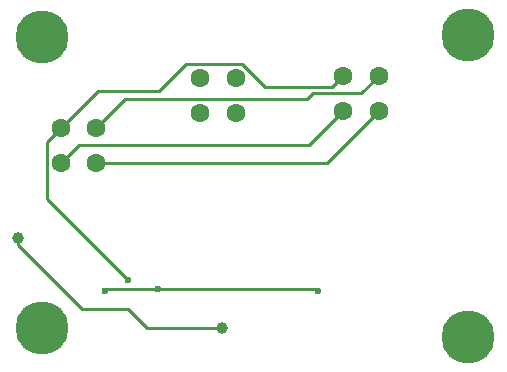
<source format=gbl>
G04 Layer_Physical_Order=2*
G04 Layer_Color=16711680*
%FSLAX44Y44*%
%MOMM*%
G71*
G01*
G75*
%ADD10C,1.0000*%
%ADD19C,0.2500*%
%ADD21C,1.6000*%
%ADD22C,4.5000*%
%ADD23C,0.6000*%
D10*
X1360570Y1069430D02*
D03*
X1533000Y993000D02*
D03*
D19*
X1360570Y1063430D02*
Y1069430D01*
Y1063430D02*
X1415000Y1009000D01*
X1454000D02*
X1470000Y993000D01*
X1415000Y1009000D02*
X1454000D01*
X1470000Y993000D02*
X1533000D01*
X1606986Y1147986D02*
X1636000Y1177000D01*
X1411986Y1147986D02*
X1606986D01*
X1397000Y1133000D02*
X1411986Y1147986D01*
X1626610Y1197610D02*
X1636000Y1207000D01*
X1569720Y1197610D02*
X1626610D01*
X1550416Y1216914D02*
X1569720Y1197610D01*
X1503172Y1216914D02*
X1550416D01*
X1480312Y1194054D02*
X1503172Y1216914D01*
X1428054Y1194054D02*
X1480312D01*
X1397000Y1163000D02*
X1428054Y1194054D01*
X1427000Y1133000D02*
X1622000D01*
X1666000Y1177000D01*
X1427000Y1163000D02*
X1450942Y1186942D01*
X1605534D01*
X1610614Y1192022D01*
X1651022D01*
X1666000Y1207000D01*
X1385062Y1102464D02*
X1454000Y1033526D01*
X1385062Y1102464D02*
Y1151062D01*
X1397000Y1163000D01*
X1613314Y1026000D02*
X1614424Y1024890D01*
X1479000Y1026000D02*
X1613314D01*
X1434000Y1024890D02*
X1435110Y1026000D01*
X1479000D01*
D21*
X1515000Y1175000D02*
D03*
X1545000Y1205000D02*
D03*
X1515000D02*
D03*
X1545000Y1175000D02*
D03*
X1636000Y1177000D02*
D03*
X1666000Y1207000D02*
D03*
X1636000D02*
D03*
X1666000Y1177000D02*
D03*
X1397000Y1133000D02*
D03*
X1427000Y1163000D02*
D03*
X1397000D02*
D03*
X1427000Y1133000D02*
D03*
D22*
X1742000Y986000D02*
D03*
X1381000Y993000D02*
D03*
X1742000Y1241000D02*
D03*
X1381000Y1240000D02*
D03*
D23*
X1614424Y1024890D02*
D03*
X1434000D02*
D03*
X1454000Y1033526D02*
D03*
X1479000Y1026000D02*
D03*
M02*

</source>
